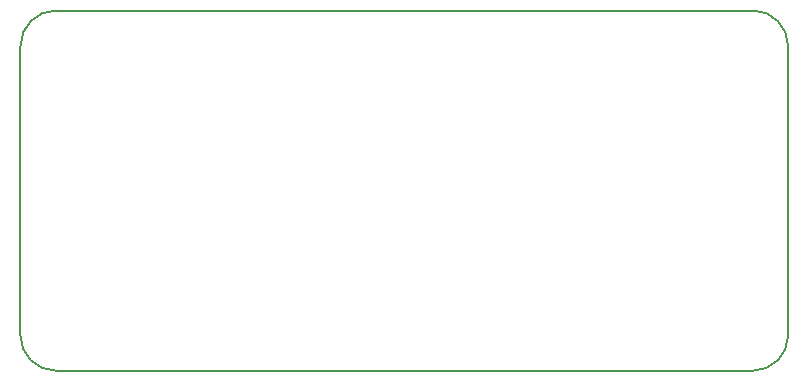
<source format=gbr>
%TF.GenerationSoftware,KiCad,Pcbnew,8.0.8+dfsg-1*%
%TF.CreationDate,2025-07-06T17:26:20+01:00*%
%TF.ProjectId,WOARCWSPR,574f4152-4357-4535-9052-2e6b69636164,rev?*%
%TF.SameCoordinates,Original*%
%TF.FileFunction,Profile,NP*%
%FSLAX46Y46*%
G04 Gerber Fmt 4.6, Leading zero omitted, Abs format (unit mm)*
G04 Created by KiCad (PCBNEW 8.0.8+dfsg-1) date 2025-07-06 17:26:20*
%MOMM*%
%LPD*%
G01*
G04 APERTURE LIST*
%TA.AperFunction,Profile*%
%ADD10C,0.200000*%
%TD*%
G04 APERTURE END LIST*
D10*
X224500000Y-33000000D02*
X224500000Y-57500000D01*
X221500000Y-60500000D02*
X162500000Y-60500000D01*
X162500000Y-60500000D02*
G75*
G02*
X159500000Y-57500000I0J3000000D01*
G01*
X162500000Y-30000000D02*
X221500000Y-30000000D01*
X159500000Y-33000000D02*
G75*
G02*
X162500000Y-30000000I3000000J0D01*
G01*
X224500000Y-57500000D02*
G75*
G02*
X221500000Y-60500000I-3000000J0D01*
G01*
X159500000Y-57500000D02*
X159500000Y-33000000D01*
X221500000Y-30000000D02*
G75*
G02*
X224500000Y-33000000I0J-3000000D01*
G01*
M02*

</source>
